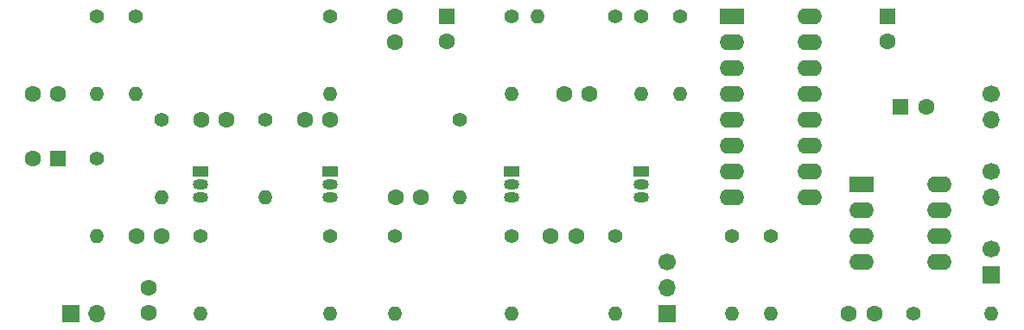
<source format=gbr>
%TF.GenerationSoftware,KiCad,Pcbnew,5.1.9+dfsg1-1+deb11u1*%
%TF.CreationDate,2023-01-16T13:11:19+01:00*%
%TF.ProjectId,bat-detector,6261742d-6465-4746-9563-746f722e6b69,rev?*%
%TF.SameCoordinates,Original*%
%TF.FileFunction,Soldermask,Top*%
%TF.FilePolarity,Negative*%
%FSLAX46Y46*%
G04 Gerber Fmt 4.6, Leading zero omitted, Abs format (unit mm)*
G04 Created by KiCad (PCBNEW 5.1.9+dfsg1-1+deb11u1) date 2023-01-16 13:11:19*
%MOMM*%
%LPD*%
G01*
G04 APERTURE LIST*
%ADD10C,1.700000*%
%ADD11R,1.700000X1.700000*%
%ADD12C,1.600000*%
%ADD13R,1.600000X1.600000*%
%ADD14O,1.700000X1.700000*%
%ADD15R,1.500000X1.050000*%
%ADD16O,1.500000X1.050000*%
%ADD17C,1.400000*%
%ADD18O,1.400000X1.400000*%
%ADD19R,2.400000X1.600000*%
%ADD20O,2.400000X1.600000*%
G04 APERTURE END LIST*
D10*
%TO.C,BT1*%
X134620000Y-68580000D03*
D11*
X134620000Y-71120000D03*
%TD*%
D12*
%TO.C,C1*%
X76200000Y-45760000D03*
X76200000Y-48260000D03*
%TD*%
D13*
%TO.C,C2*%
X81280000Y-45720000D03*
D12*
X81280000Y-48220000D03*
%TD*%
%TO.C,C3*%
X40680000Y-53340000D03*
X43180000Y-53340000D03*
%TD*%
%TO.C,C4*%
X59690000Y-55880000D03*
X57190000Y-55880000D03*
%TD*%
%TO.C,C5*%
X67350000Y-55880000D03*
X69850000Y-55880000D03*
%TD*%
%TO.C,C6*%
X95250000Y-53340000D03*
X92750000Y-53340000D03*
%TD*%
D13*
%TO.C,C7*%
X43180000Y-59690000D03*
D12*
X40680000Y-59690000D03*
%TD*%
%TO.C,C8*%
X53340000Y-67310000D03*
X50840000Y-67310000D03*
%TD*%
%TO.C,C9*%
X76240000Y-63500000D03*
X78740000Y-63500000D03*
%TD*%
%TO.C,C10*%
X91440000Y-67310000D03*
X93940000Y-67310000D03*
%TD*%
%TO.C,C11*%
X52070000Y-72390000D03*
X52070000Y-74890000D03*
%TD*%
%TO.C,C12*%
X124460000Y-48220000D03*
D13*
X124460000Y-45720000D03*
%TD*%
%TO.C,C13*%
X125730000Y-54610000D03*
D12*
X128230000Y-54610000D03*
%TD*%
%TO.C,C14*%
X123150000Y-74930000D03*
X120650000Y-74930000D03*
%TD*%
D10*
%TO.C,LS1*%
X134620000Y-53340000D03*
D14*
X134620000Y-55880000D03*
%TD*%
%TO.C,MIC*%
X46990000Y-74930000D03*
D11*
X44450000Y-74930000D03*
%TD*%
D15*
%TO.C,Q1*%
X57150000Y-60960000D03*
D16*
X57150000Y-63500000D03*
X57150000Y-62230000D03*
%TD*%
%TO.C,Q2*%
X69850000Y-62230000D03*
X69850000Y-63500000D03*
D15*
X69850000Y-60960000D03*
%TD*%
D16*
%TO.C,Q3*%
X87630000Y-62230000D03*
X87630000Y-63500000D03*
D15*
X87630000Y-60960000D03*
%TD*%
%TO.C,Q4*%
X100330000Y-60960000D03*
D16*
X100330000Y-63500000D03*
X100330000Y-62230000D03*
%TD*%
D17*
%TO.C,R1*%
X97790000Y-45720000D03*
D18*
X90170000Y-45720000D03*
%TD*%
%TO.C,R2*%
X46990000Y-53340000D03*
D17*
X46990000Y-45720000D03*
%TD*%
D18*
%TO.C,R3*%
X50800000Y-53340000D03*
D17*
X50800000Y-45720000D03*
%TD*%
D18*
%TO.C,R4*%
X69850000Y-53340000D03*
D17*
X69850000Y-45720000D03*
%TD*%
D18*
%TO.C,R5*%
X87630000Y-53340000D03*
D17*
X87630000Y-45720000D03*
%TD*%
%TO.C,R6*%
X100330000Y-45720000D03*
D18*
X100330000Y-53340000D03*
%TD*%
D17*
%TO.C,R7*%
X104140000Y-45720000D03*
D18*
X104140000Y-53340000D03*
%TD*%
%TO.C,R8*%
X53340000Y-63500000D03*
D17*
X53340000Y-55880000D03*
%TD*%
D18*
%TO.C,R9*%
X82550000Y-63500000D03*
D17*
X82550000Y-55880000D03*
%TD*%
%TO.C,R10*%
X46990000Y-59690000D03*
D18*
X46990000Y-67310000D03*
%TD*%
%TO.C,R11*%
X97790000Y-74930000D03*
D17*
X97790000Y-67310000D03*
%TD*%
D18*
%TO.C,R12*%
X109220000Y-74930000D03*
D17*
X109220000Y-67310000D03*
%TD*%
%TO.C,R13*%
X63500000Y-55880000D03*
D18*
X63500000Y-63500000D03*
%TD*%
D17*
%TO.C,R14*%
X57150000Y-67310000D03*
D18*
X57150000Y-74930000D03*
%TD*%
D17*
%TO.C,R15*%
X69850000Y-67310000D03*
D18*
X69850000Y-74930000D03*
%TD*%
%TO.C,R16*%
X76200000Y-74930000D03*
D17*
X76200000Y-67310000D03*
%TD*%
%TO.C,R17*%
X87630000Y-67310000D03*
D18*
X87630000Y-74930000D03*
%TD*%
D17*
%TO.C,R18*%
X113030000Y-67310000D03*
D18*
X113030000Y-74930000D03*
%TD*%
%TO.C,R19*%
X134620000Y-74930000D03*
D17*
X127000000Y-74930000D03*
%TD*%
D10*
%TO.C,RV1*%
X102870000Y-69850000D03*
D14*
X102870000Y-72390000D03*
D11*
X102870000Y-74930000D03*
%TD*%
D14*
%TO.C,SW1*%
X134620000Y-63500000D03*
D10*
X134620000Y-60960000D03*
%TD*%
D19*
%TO.C,U1*%
X109220000Y-45720000D03*
D20*
X116840000Y-63500000D03*
X109220000Y-48260000D03*
X116840000Y-60960000D03*
X109220000Y-50800000D03*
X116840000Y-58420000D03*
X109220000Y-53340000D03*
X116840000Y-55880000D03*
X109220000Y-55880000D03*
X116840000Y-53340000D03*
X109220000Y-58420000D03*
X116840000Y-50800000D03*
X109220000Y-60960000D03*
X116840000Y-48260000D03*
X109220000Y-63500000D03*
X116840000Y-45720000D03*
%TD*%
D19*
%TO.C,U2*%
X121920000Y-62230000D03*
D20*
X129540000Y-69850000D03*
X121920000Y-64770000D03*
X129540000Y-67310000D03*
X121920000Y-67310000D03*
X129540000Y-64770000D03*
X121920000Y-69850000D03*
X129540000Y-62230000D03*
%TD*%
M02*

</source>
